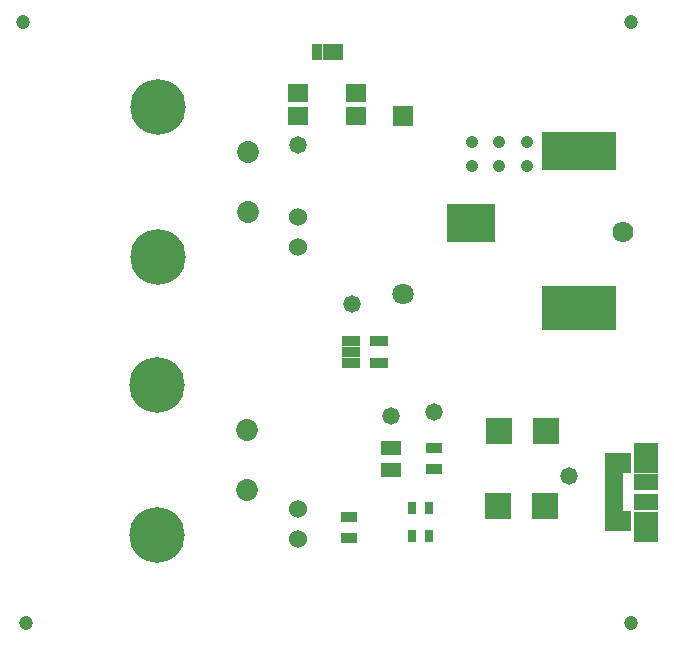
<source format=gts>
G04*
G04 #@! TF.GenerationSoftware,Altium Limited,Altium Designer,25.4.2 (15)*
G04*
G04 Layer_Color=8388736*
%FSLAX44Y44*%
%MOMM*%
G71*
G04*
G04 #@! TF.SameCoordinates,15869630-21D1-4171-BE07-BC68FFD32C74*
G04*
G04*
G04 #@! TF.FilePolarity,Negative*
G04*
G01*
G75*
%ADD27R,1.4000X0.9500*%
%ADD32R,6.3500X3.3000*%
%ADD33R,6.3500X3.8100*%
%ADD34R,4.0600X3.3000*%
%ADD35R,0.8032X1.0032*%
%ADD36R,1.5032X0.9032*%
%ADD37R,1.6532X1.2532*%
%ADD38R,1.7532X1.5532*%
%ADD39R,0.8382X1.4732*%
%ADD40R,2.2032X2.2032*%
%ADD41R,1.5832X0.6532*%
%ADD42R,2.3032X1.6782*%
%ADD43R,2.1032X2.5782*%
%ADD44R,2.1032X1.3782*%
%ADD45C,1.5240*%
%ADD46C,1.2032*%
%ADD47C,1.8532*%
%ADD48C,4.7032*%
%ADD49R,1.8032X1.8032*%
%ADD50C,1.8032*%
%ADD51C,1.7800*%
%ADD52C,1.4732*%
%ADD53C,1.0668*%
D27*
X300990Y98700D02*
D03*
Y117200D02*
D03*
X373380Y175620D02*
D03*
Y157120D02*
D03*
D32*
X495800Y426740D02*
D03*
D33*
Y293840D02*
D03*
D34*
X404400Y365740D02*
D03*
D35*
X369200Y124460D02*
D03*
X354700D02*
D03*
X369200Y100330D02*
D03*
X354700D02*
D03*
D36*
X326960Y266040D02*
D03*
Y247040D02*
D03*
X302960D02*
D03*
Y256540D02*
D03*
Y266040D02*
D03*
D37*
X336550Y175370D02*
D03*
Y156870D02*
D03*
D38*
X257810Y456340D02*
D03*
Y475840D02*
D03*
X307340Y456340D02*
D03*
Y475840D02*
D03*
D39*
X274320Y510540D02*
D03*
X283210D02*
D03*
X292100D02*
D03*
D40*
X427040Y125730D02*
D03*
X467040D02*
D03*
X428310Y189230D02*
D03*
X468310D02*
D03*
D41*
X525850Y124915D02*
D03*
Y131415D02*
D03*
Y137915D02*
D03*
Y144415D02*
D03*
Y150915D02*
D03*
D42*
X529450Y113290D02*
D03*
Y162540D02*
D03*
D43*
X552450Y108790D02*
D03*
Y167040D02*
D03*
D44*
Y129540D02*
D03*
Y146290D02*
D03*
D45*
X257810Y123190D02*
D03*
Y97790D02*
D03*
Y370840D02*
D03*
Y345440D02*
D03*
D46*
X27940Y26670D02*
D03*
X539750Y535940D02*
D03*
Y26670D02*
D03*
X25400Y535940D02*
D03*
D47*
X215900Y374650D02*
D03*
Y425450D02*
D03*
X214630Y190500D02*
D03*
Y139700D02*
D03*
D48*
X139700Y463550D02*
D03*
Y336550D02*
D03*
X138430Y101600D02*
D03*
Y228600D02*
D03*
D49*
X346710Y455930D02*
D03*
D50*
Y305930D02*
D03*
D51*
X533400Y358140D02*
D03*
D52*
X487680Y151130D02*
D03*
X303530Y297180D02*
D03*
X336550Y201930D02*
D03*
X373380Y205740D02*
D03*
X257810Y431800D02*
D03*
D53*
X428625Y434340D02*
D03*
X405130D02*
D03*
X452120Y414020D02*
D03*
X428625D02*
D03*
X405130D02*
D03*
X452120Y434340D02*
D03*
M02*

</source>
